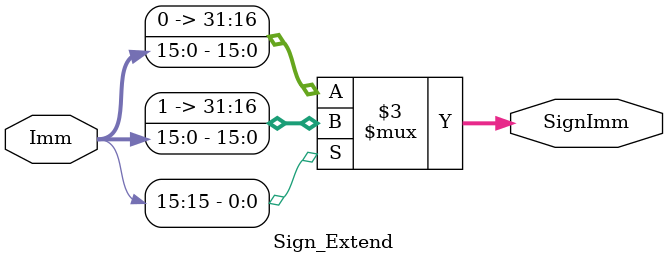
<source format=v>
module Sign_Extend #(parameter WIDTH = 32, parameter Imm_Size = 16)
(
input    wire     [Imm_Size-1:0]     Imm,
output   reg     [WIDTH-1:0]        SignImm
);

always @(*) 
begin
    if (Imm[Imm_Size-1]) 
    begin
        SignImm = {{(WIDTH-Imm_Size){1'b1}},Imm};
    end else 
    begin
        SignImm = {{(WIDTH-Imm_Size){1'b0}},Imm};
    end
end 
endmodule
</source>
